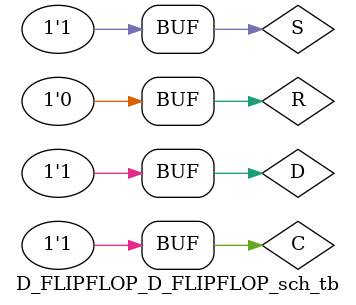
<source format=v>

`timescale 1ns / 1ps

module D_FLIPFLOP_D_FLIPFLOP_sch_tb();

// Inputs
   reg R;
   reg S;
   reg D;
   reg C;

// Output
   wire Q;
   wire Qbar;

// Bidirs

// Instantiate the UUT
   D_FLIPFLOP UUT (
		.Q(Q), 
		.Qbar(Qbar), 
		.R(R), 
		.S(S), 
		.D(D), 
		.C(C)
   );
// Initialize Inputs
//   `ifdef auto_init
initial begin
  S = 1;
  R = 0;
  D = 1; #150;
	D = 0; #150;
	D = 1; #150;	 
end

always begin
	C=0; #50;
	C=1; #50;
end
//   `endif
endmodule

</source>
